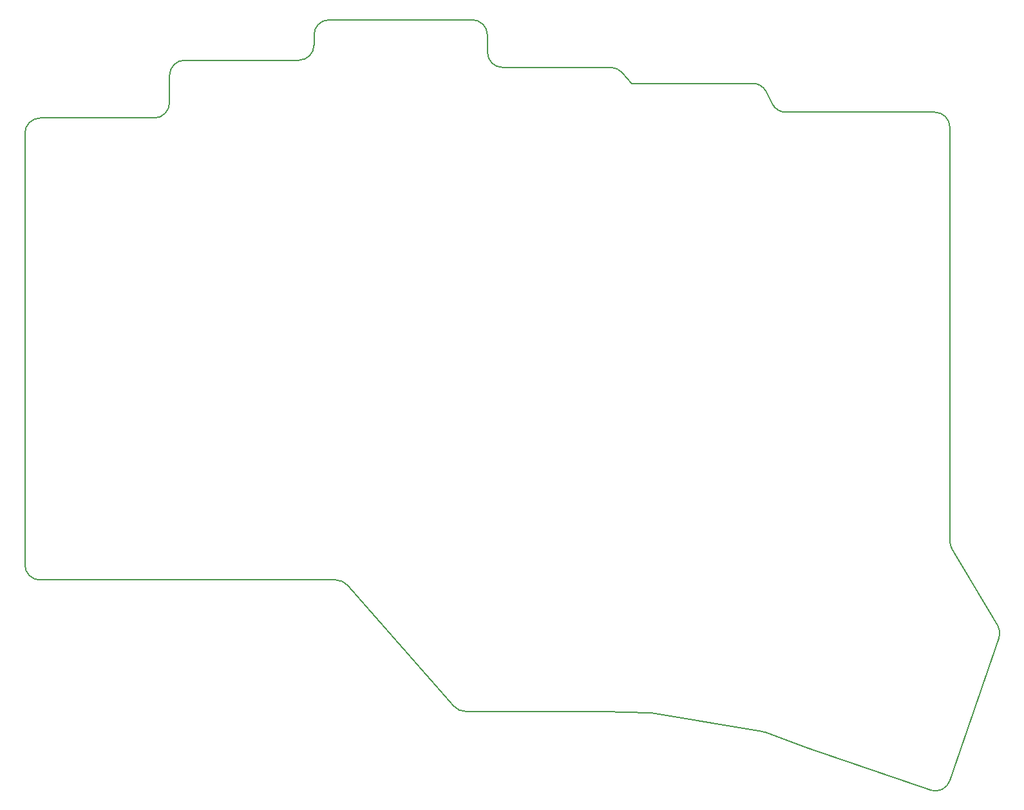
<source format=gbr>
%TF.GenerationSoftware,KiCad,Pcbnew,8.0.3*%
%TF.CreationDate,2024-07-17T09:05:20+02:00*%
%TF.ProjectId,avocado,61766f63-6164-46f2-9e6b-696361645f70,rev?*%
%TF.SameCoordinates,Original*%
%TF.FileFunction,Profile,NP*%
%FSLAX46Y46*%
G04 Gerber Fmt 4.6, Leading zero omitted, Abs format (unit mm)*
G04 Created by KiCad (PCBNEW 8.0.3) date 2024-07-17 09:05:20*
%MOMM*%
%LPD*%
G01*
G04 APERTURE LIST*
%TA.AperFunction,Profile*%
%ADD10C,0.150000*%
%TD*%
G04 APERTURE END LIST*
D10*
X137583031Y-83773789D02*
X143578941Y-93810828D01*
X143753009Y-95487645D02*
X137283806Y-114275574D01*
X134741633Y-115515474D02*
X118685729Y-109986983D01*
X118650024Y-109974309D02*
X113028336Y-107918684D01*
X112671590Y-107824476D02*
X97995106Y-105368475D01*
X97728694Y-105342061D02*
X91731832Y-105151014D01*
X91668149Y-105150000D02*
X73604729Y-105150000D01*
X72102647Y-104470511D02*
X58097353Y-88539489D01*
X17700000Y-87860000D02*
X56595271Y-87860000D01*
X15700000Y-85860000D02*
X15700000Y-29060000D01*
X17700000Y-27060000D02*
X32700000Y-27060000D01*
X34700000Y-25060000D02*
X34700000Y-21460000D01*
X36700000Y-19460000D02*
X51700000Y-19460000D01*
X53700000Y-17460000D02*
X53700000Y-16140000D01*
X55700000Y-14140000D02*
X74500000Y-14140000D01*
X76500000Y-16140000D02*
X76500000Y-18410000D01*
X78500000Y-20410000D02*
X92715260Y-20410000D01*
X94195140Y-21064654D02*
X95500000Y-22500000D01*
X95500000Y-22500000D02*
X111363932Y-22500000D01*
X113152786Y-23605573D02*
X113947214Y-25194427D01*
X115736068Y-26300000D02*
X135300000Y-26300000D01*
X137300000Y-28300000D02*
X137300000Y-82748109D01*
X143578941Y-93810829D02*
G75*
G02*
X143753009Y-95487645I-1716969J-1025679D01*
G01*
X137283806Y-114275573D02*
G75*
G02*
X134741633Y-115515474I-1891037J651136D01*
G01*
X118685730Y-109986983D02*
G75*
G02*
X118650024Y-109974309I651136J1891037D01*
G01*
X112671589Y-107824476D02*
G75*
G02*
X113028336Y-107918684I-330095J-1972571D01*
G01*
X97728694Y-105342060D02*
G75*
G02*
X97995106Y-105368475I-63683J-1998986D01*
G01*
X91668149Y-105150000D02*
G75*
G02*
X91731832Y-105151014I0J-2000000D01*
G01*
X73604729Y-105150000D02*
G75*
G02*
X72102647Y-104470511I0J2000000D01*
G01*
X56595271Y-87860000D02*
G75*
G02*
X58097353Y-88539489I0J-2000000D01*
G01*
X17700000Y-87860000D02*
G75*
G02*
X15700000Y-85860000I0J2000000D01*
G01*
X15700000Y-29060000D02*
G75*
G02*
X17700000Y-27060000I2000000J0D01*
G01*
X34700000Y-25060000D02*
G75*
G02*
X32700000Y-27060000I-2000000J0D01*
G01*
X34700000Y-21460000D02*
G75*
G02*
X36700000Y-19460000I2000000J0D01*
G01*
X53700000Y-17460000D02*
G75*
G02*
X51700000Y-19460000I-2000000J0D01*
G01*
X53700000Y-16140000D02*
G75*
G02*
X55700000Y-14140000I2000000J0D01*
G01*
X74500000Y-14140000D02*
G75*
G02*
X76500000Y-16140000I0J-2000000D01*
G01*
X78500000Y-20410000D02*
G75*
G02*
X76500000Y-18410000I0J2000000D01*
G01*
X92715260Y-20410000D02*
G75*
G02*
X94195140Y-21064654I0J-2000000D01*
G01*
X111363932Y-22500000D02*
G75*
G02*
X113152786Y-23605573I0J-2000000D01*
G01*
X115736068Y-26300000D02*
G75*
G02*
X113947214Y-25194427I0J2000000D01*
G01*
X135300000Y-26300000D02*
G75*
G02*
X137300000Y-28300000I0J-2000000D01*
G01*
X137583031Y-83773789D02*
G75*
G02*
X137299999Y-82748109I1716969J1025680D01*
G01*
M02*

</source>
